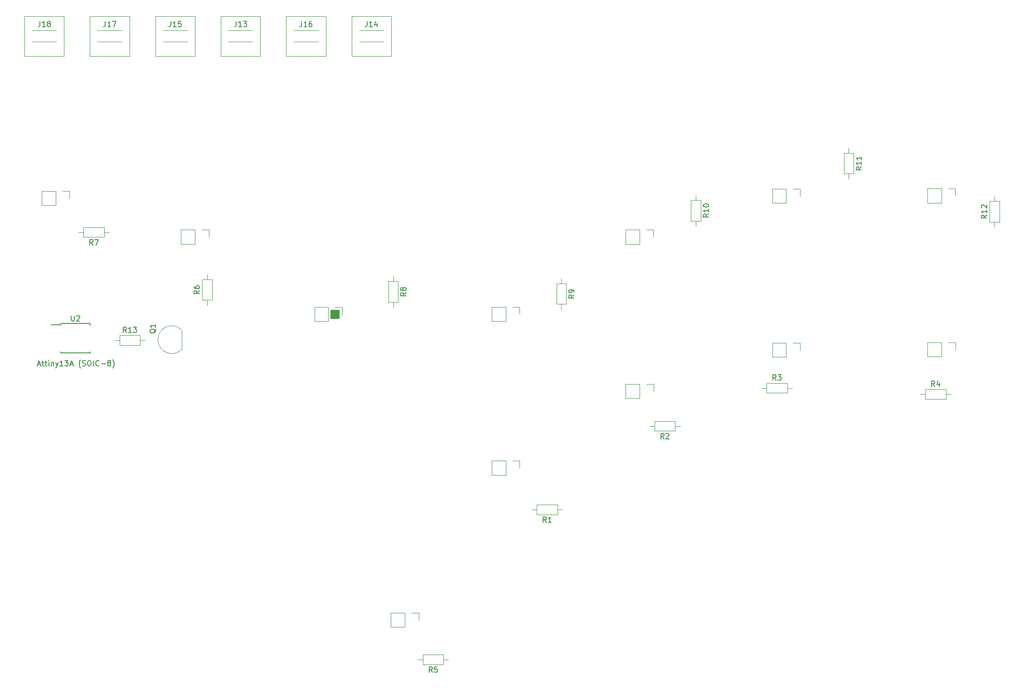
<source format=gbr>
%TF.GenerationSoftware,KiCad,Pcbnew,7.0.5*%
%TF.CreationDate,2023-08-06T18:29:22-05:00*%
%TF.ProjectId,Box,426f782e-6b69-4636-9164-5f7063625858,rev?*%
%TF.SameCoordinates,Original*%
%TF.FileFunction,Legend,Top*%
%TF.FilePolarity,Positive*%
%FSLAX46Y46*%
G04 Gerber Fmt 4.6, Leading zero omitted, Abs format (unit mm)*
G04 Created by KiCad (PCBNEW 7.0.5) date 2023-08-06 18:29:22*
%MOMM*%
%LPD*%
G01*
G04 APERTURE LIST*
%ADD10C,0.150000*%
%ADD11C,0.120000*%
%ADD12C,0.050000*%
%ADD13R,1.700000X1.700000*%
G04 APERTURE END LIST*
D10*
X58879160Y-94594104D02*
X59355350Y-94594104D01*
X58783922Y-94879819D02*
X59117255Y-93879819D01*
X59117255Y-93879819D02*
X59450588Y-94879819D01*
X59641065Y-94213152D02*
X60022017Y-94213152D01*
X59783922Y-93879819D02*
X59783922Y-94736961D01*
X59783922Y-94736961D02*
X59831541Y-94832200D01*
X59831541Y-94832200D02*
X59926779Y-94879819D01*
X59926779Y-94879819D02*
X60022017Y-94879819D01*
X60212494Y-94213152D02*
X60593446Y-94213152D01*
X60355351Y-93879819D02*
X60355351Y-94736961D01*
X60355351Y-94736961D02*
X60402970Y-94832200D01*
X60402970Y-94832200D02*
X60498208Y-94879819D01*
X60498208Y-94879819D02*
X60593446Y-94879819D01*
X60926780Y-94879819D02*
X60926780Y-94213152D01*
X60926780Y-93879819D02*
X60879161Y-93927438D01*
X60879161Y-93927438D02*
X60926780Y-93975057D01*
X60926780Y-93975057D02*
X60974399Y-93927438D01*
X60974399Y-93927438D02*
X60926780Y-93879819D01*
X60926780Y-93879819D02*
X60926780Y-93975057D01*
X61402970Y-94213152D02*
X61402970Y-94879819D01*
X61402970Y-94308390D02*
X61450589Y-94260771D01*
X61450589Y-94260771D02*
X61545827Y-94213152D01*
X61545827Y-94213152D02*
X61688684Y-94213152D01*
X61688684Y-94213152D02*
X61783922Y-94260771D01*
X61783922Y-94260771D02*
X61831541Y-94356009D01*
X61831541Y-94356009D02*
X61831541Y-94879819D01*
X62212494Y-94213152D02*
X62450589Y-94879819D01*
X62688684Y-94213152D02*
X62450589Y-94879819D01*
X62450589Y-94879819D02*
X62355351Y-95117914D01*
X62355351Y-95117914D02*
X62307732Y-95165533D01*
X62307732Y-95165533D02*
X62212494Y-95213152D01*
X63593446Y-94879819D02*
X63022018Y-94879819D01*
X63307732Y-94879819D02*
X63307732Y-93879819D01*
X63307732Y-93879819D02*
X63212494Y-94022676D01*
X63212494Y-94022676D02*
X63117256Y-94117914D01*
X63117256Y-94117914D02*
X63022018Y-94165533D01*
X63926780Y-93879819D02*
X64545827Y-93879819D01*
X64545827Y-93879819D02*
X64212494Y-94260771D01*
X64212494Y-94260771D02*
X64355351Y-94260771D01*
X64355351Y-94260771D02*
X64450589Y-94308390D01*
X64450589Y-94308390D02*
X64498208Y-94356009D01*
X64498208Y-94356009D02*
X64545827Y-94451247D01*
X64545827Y-94451247D02*
X64545827Y-94689342D01*
X64545827Y-94689342D02*
X64498208Y-94784580D01*
X64498208Y-94784580D02*
X64450589Y-94832200D01*
X64450589Y-94832200D02*
X64355351Y-94879819D01*
X64355351Y-94879819D02*
X64069637Y-94879819D01*
X64069637Y-94879819D02*
X63974399Y-94832200D01*
X63974399Y-94832200D02*
X63926780Y-94784580D01*
X64926780Y-94594104D02*
X65402970Y-94594104D01*
X64831542Y-94879819D02*
X65164875Y-93879819D01*
X65164875Y-93879819D02*
X65498208Y-94879819D01*
X66879161Y-95260771D02*
X66831542Y-95213152D01*
X66831542Y-95213152D02*
X66736304Y-95070295D01*
X66736304Y-95070295D02*
X66688685Y-94975057D01*
X66688685Y-94975057D02*
X66641066Y-94832200D01*
X66641066Y-94832200D02*
X66593447Y-94594104D01*
X66593447Y-94594104D02*
X66593447Y-94403628D01*
X66593447Y-94403628D02*
X66641066Y-94165533D01*
X66641066Y-94165533D02*
X66688685Y-94022676D01*
X66688685Y-94022676D02*
X66736304Y-93927438D01*
X66736304Y-93927438D02*
X66831542Y-93784580D01*
X66831542Y-93784580D02*
X66879161Y-93736961D01*
X67212495Y-94832200D02*
X67355352Y-94879819D01*
X67355352Y-94879819D02*
X67593447Y-94879819D01*
X67593447Y-94879819D02*
X67688685Y-94832200D01*
X67688685Y-94832200D02*
X67736304Y-94784580D01*
X67736304Y-94784580D02*
X67783923Y-94689342D01*
X67783923Y-94689342D02*
X67783923Y-94594104D01*
X67783923Y-94594104D02*
X67736304Y-94498866D01*
X67736304Y-94498866D02*
X67688685Y-94451247D01*
X67688685Y-94451247D02*
X67593447Y-94403628D01*
X67593447Y-94403628D02*
X67402971Y-94356009D01*
X67402971Y-94356009D02*
X67307733Y-94308390D01*
X67307733Y-94308390D02*
X67260114Y-94260771D01*
X67260114Y-94260771D02*
X67212495Y-94165533D01*
X67212495Y-94165533D02*
X67212495Y-94070295D01*
X67212495Y-94070295D02*
X67260114Y-93975057D01*
X67260114Y-93975057D02*
X67307733Y-93927438D01*
X67307733Y-93927438D02*
X67402971Y-93879819D01*
X67402971Y-93879819D02*
X67641066Y-93879819D01*
X67641066Y-93879819D02*
X67783923Y-93927438D01*
X68402971Y-93879819D02*
X68593447Y-93879819D01*
X68593447Y-93879819D02*
X68688685Y-93927438D01*
X68688685Y-93927438D02*
X68783923Y-94022676D01*
X68783923Y-94022676D02*
X68831542Y-94213152D01*
X68831542Y-94213152D02*
X68831542Y-94546485D01*
X68831542Y-94546485D02*
X68783923Y-94736961D01*
X68783923Y-94736961D02*
X68688685Y-94832200D01*
X68688685Y-94832200D02*
X68593447Y-94879819D01*
X68593447Y-94879819D02*
X68402971Y-94879819D01*
X68402971Y-94879819D02*
X68307733Y-94832200D01*
X68307733Y-94832200D02*
X68212495Y-94736961D01*
X68212495Y-94736961D02*
X68164876Y-94546485D01*
X68164876Y-94546485D02*
X68164876Y-94213152D01*
X68164876Y-94213152D02*
X68212495Y-94022676D01*
X68212495Y-94022676D02*
X68307733Y-93927438D01*
X68307733Y-93927438D02*
X68402971Y-93879819D01*
X69260114Y-94879819D02*
X69260114Y-93879819D01*
X70307732Y-94784580D02*
X70260113Y-94832200D01*
X70260113Y-94832200D02*
X70117256Y-94879819D01*
X70117256Y-94879819D02*
X70022018Y-94879819D01*
X70022018Y-94879819D02*
X69879161Y-94832200D01*
X69879161Y-94832200D02*
X69783923Y-94736961D01*
X69783923Y-94736961D02*
X69736304Y-94641723D01*
X69736304Y-94641723D02*
X69688685Y-94451247D01*
X69688685Y-94451247D02*
X69688685Y-94308390D01*
X69688685Y-94308390D02*
X69736304Y-94117914D01*
X69736304Y-94117914D02*
X69783923Y-94022676D01*
X69783923Y-94022676D02*
X69879161Y-93927438D01*
X69879161Y-93927438D02*
X70022018Y-93879819D01*
X70022018Y-93879819D02*
X70117256Y-93879819D01*
X70117256Y-93879819D02*
X70260113Y-93927438D01*
X70260113Y-93927438D02*
X70307732Y-93975057D01*
X70736304Y-94498866D02*
X71498209Y-94498866D01*
X72117256Y-94308390D02*
X72022018Y-94260771D01*
X72022018Y-94260771D02*
X71974399Y-94213152D01*
X71974399Y-94213152D02*
X71926780Y-94117914D01*
X71926780Y-94117914D02*
X71926780Y-94070295D01*
X71926780Y-94070295D02*
X71974399Y-93975057D01*
X71974399Y-93975057D02*
X72022018Y-93927438D01*
X72022018Y-93927438D02*
X72117256Y-93879819D01*
X72117256Y-93879819D02*
X72307732Y-93879819D01*
X72307732Y-93879819D02*
X72402970Y-93927438D01*
X72402970Y-93927438D02*
X72450589Y-93975057D01*
X72450589Y-93975057D02*
X72498208Y-94070295D01*
X72498208Y-94070295D02*
X72498208Y-94117914D01*
X72498208Y-94117914D02*
X72450589Y-94213152D01*
X72450589Y-94213152D02*
X72402970Y-94260771D01*
X72402970Y-94260771D02*
X72307732Y-94308390D01*
X72307732Y-94308390D02*
X72117256Y-94308390D01*
X72117256Y-94308390D02*
X72022018Y-94356009D01*
X72022018Y-94356009D02*
X71974399Y-94403628D01*
X71974399Y-94403628D02*
X71926780Y-94498866D01*
X71926780Y-94498866D02*
X71926780Y-94689342D01*
X71926780Y-94689342D02*
X71974399Y-94784580D01*
X71974399Y-94784580D02*
X72022018Y-94832200D01*
X72022018Y-94832200D02*
X72117256Y-94879819D01*
X72117256Y-94879819D02*
X72307732Y-94879819D01*
X72307732Y-94879819D02*
X72402970Y-94832200D01*
X72402970Y-94832200D02*
X72450589Y-94784580D01*
X72450589Y-94784580D02*
X72498208Y-94689342D01*
X72498208Y-94689342D02*
X72498208Y-94498866D01*
X72498208Y-94498866D02*
X72450589Y-94403628D01*
X72450589Y-94403628D02*
X72402970Y-94356009D01*
X72402970Y-94356009D02*
X72307732Y-94308390D01*
X72831542Y-95260771D02*
X72879161Y-95213152D01*
X72879161Y-95213152D02*
X72974399Y-95070295D01*
X72974399Y-95070295D02*
X73022018Y-94975057D01*
X73022018Y-94975057D02*
X73069637Y-94832200D01*
X73069637Y-94832200D02*
X73117256Y-94594104D01*
X73117256Y-94594104D02*
X73117256Y-94403628D01*
X73117256Y-94403628D02*
X73069637Y-94165533D01*
X73069637Y-94165533D02*
X73022018Y-94022676D01*
X73022018Y-94022676D02*
X72974399Y-93927438D01*
X72974399Y-93927438D02*
X72879161Y-93784580D01*
X72879161Y-93784580D02*
X72831542Y-93736961D01*
%TO.C,R7*%
X69183333Y-72274819D02*
X68850000Y-71798628D01*
X68611905Y-72274819D02*
X68611905Y-71274819D01*
X68611905Y-71274819D02*
X68992857Y-71274819D01*
X68992857Y-71274819D02*
X69088095Y-71322438D01*
X69088095Y-71322438D02*
X69135714Y-71370057D01*
X69135714Y-71370057D02*
X69183333Y-71465295D01*
X69183333Y-71465295D02*
X69183333Y-71608152D01*
X69183333Y-71608152D02*
X69135714Y-71703390D01*
X69135714Y-71703390D02*
X69088095Y-71751009D01*
X69088095Y-71751009D02*
X68992857Y-71798628D01*
X68992857Y-71798628D02*
X68611905Y-71798628D01*
X69516667Y-71274819D02*
X70183333Y-71274819D01*
X70183333Y-71274819D02*
X69754762Y-72274819D01*
%TO.C,R6*%
X89034819Y-80826666D02*
X88558628Y-81159999D01*
X89034819Y-81398094D02*
X88034819Y-81398094D01*
X88034819Y-81398094D02*
X88034819Y-81017142D01*
X88034819Y-81017142D02*
X88082438Y-80921904D01*
X88082438Y-80921904D02*
X88130057Y-80874285D01*
X88130057Y-80874285D02*
X88225295Y-80826666D01*
X88225295Y-80826666D02*
X88368152Y-80826666D01*
X88368152Y-80826666D02*
X88463390Y-80874285D01*
X88463390Y-80874285D02*
X88511009Y-80921904D01*
X88511009Y-80921904D02*
X88558628Y-81017142D01*
X88558628Y-81017142D02*
X88558628Y-81398094D01*
X88034819Y-79969523D02*
X88034819Y-80159999D01*
X88034819Y-80159999D02*
X88082438Y-80255237D01*
X88082438Y-80255237D02*
X88130057Y-80302856D01*
X88130057Y-80302856D02*
X88272914Y-80398094D01*
X88272914Y-80398094D02*
X88463390Y-80445713D01*
X88463390Y-80445713D02*
X88844342Y-80445713D01*
X88844342Y-80445713D02*
X88939580Y-80398094D01*
X88939580Y-80398094D02*
X88987200Y-80350475D01*
X88987200Y-80350475D02*
X89034819Y-80255237D01*
X89034819Y-80255237D02*
X89034819Y-80064761D01*
X89034819Y-80064761D02*
X88987200Y-79969523D01*
X88987200Y-79969523D02*
X88939580Y-79921904D01*
X88939580Y-79921904D02*
X88844342Y-79874285D01*
X88844342Y-79874285D02*
X88606247Y-79874285D01*
X88606247Y-79874285D02*
X88511009Y-79921904D01*
X88511009Y-79921904D02*
X88463390Y-79969523D01*
X88463390Y-79969523D02*
X88415771Y-80064761D01*
X88415771Y-80064761D02*
X88415771Y-80255237D01*
X88415771Y-80255237D02*
X88463390Y-80350475D01*
X88463390Y-80350475D02*
X88511009Y-80398094D01*
X88511009Y-80398094D02*
X88606247Y-80445713D01*
%TO.C,R8*%
X127634819Y-81186666D02*
X127158628Y-81519999D01*
X127634819Y-81758094D02*
X126634819Y-81758094D01*
X126634819Y-81758094D02*
X126634819Y-81377142D01*
X126634819Y-81377142D02*
X126682438Y-81281904D01*
X126682438Y-81281904D02*
X126730057Y-81234285D01*
X126730057Y-81234285D02*
X126825295Y-81186666D01*
X126825295Y-81186666D02*
X126968152Y-81186666D01*
X126968152Y-81186666D02*
X127063390Y-81234285D01*
X127063390Y-81234285D02*
X127111009Y-81281904D01*
X127111009Y-81281904D02*
X127158628Y-81377142D01*
X127158628Y-81377142D02*
X127158628Y-81758094D01*
X127063390Y-80615237D02*
X127015771Y-80710475D01*
X127015771Y-80710475D02*
X126968152Y-80758094D01*
X126968152Y-80758094D02*
X126872914Y-80805713D01*
X126872914Y-80805713D02*
X126825295Y-80805713D01*
X126825295Y-80805713D02*
X126730057Y-80758094D01*
X126730057Y-80758094D02*
X126682438Y-80710475D01*
X126682438Y-80710475D02*
X126634819Y-80615237D01*
X126634819Y-80615237D02*
X126634819Y-80424761D01*
X126634819Y-80424761D02*
X126682438Y-80329523D01*
X126682438Y-80329523D02*
X126730057Y-80281904D01*
X126730057Y-80281904D02*
X126825295Y-80234285D01*
X126825295Y-80234285D02*
X126872914Y-80234285D01*
X126872914Y-80234285D02*
X126968152Y-80281904D01*
X126968152Y-80281904D02*
X127015771Y-80329523D01*
X127015771Y-80329523D02*
X127063390Y-80424761D01*
X127063390Y-80424761D02*
X127063390Y-80615237D01*
X127063390Y-80615237D02*
X127111009Y-80710475D01*
X127111009Y-80710475D02*
X127158628Y-80758094D01*
X127158628Y-80758094D02*
X127253866Y-80805713D01*
X127253866Y-80805713D02*
X127444342Y-80805713D01*
X127444342Y-80805713D02*
X127539580Y-80758094D01*
X127539580Y-80758094D02*
X127587200Y-80710475D01*
X127587200Y-80710475D02*
X127634819Y-80615237D01*
X127634819Y-80615237D02*
X127634819Y-80424761D01*
X127634819Y-80424761D02*
X127587200Y-80329523D01*
X127587200Y-80329523D02*
X127539580Y-80281904D01*
X127539580Y-80281904D02*
X127444342Y-80234285D01*
X127444342Y-80234285D02*
X127253866Y-80234285D01*
X127253866Y-80234285D02*
X127158628Y-80281904D01*
X127158628Y-80281904D02*
X127111009Y-80329523D01*
X127111009Y-80329523D02*
X127063390Y-80424761D01*
%TO.C,U2*%
X65138095Y-85494819D02*
X65138095Y-86304342D01*
X65138095Y-86304342D02*
X65185714Y-86399580D01*
X65185714Y-86399580D02*
X65233333Y-86447200D01*
X65233333Y-86447200D02*
X65328571Y-86494819D01*
X65328571Y-86494819D02*
X65519047Y-86494819D01*
X65519047Y-86494819D02*
X65614285Y-86447200D01*
X65614285Y-86447200D02*
X65661904Y-86399580D01*
X65661904Y-86399580D02*
X65709523Y-86304342D01*
X65709523Y-86304342D02*
X65709523Y-85494819D01*
X66138095Y-85590057D02*
X66185714Y-85542438D01*
X66185714Y-85542438D02*
X66280952Y-85494819D01*
X66280952Y-85494819D02*
X66519047Y-85494819D01*
X66519047Y-85494819D02*
X66614285Y-85542438D01*
X66614285Y-85542438D02*
X66661904Y-85590057D01*
X66661904Y-85590057D02*
X66709523Y-85685295D01*
X66709523Y-85685295D02*
X66709523Y-85780533D01*
X66709523Y-85780533D02*
X66661904Y-85923390D01*
X66661904Y-85923390D02*
X66090476Y-86494819D01*
X66090476Y-86494819D02*
X66709523Y-86494819D01*
%TO.C,R5*%
X132543333Y-152134819D02*
X132210000Y-151658628D01*
X131971905Y-152134819D02*
X131971905Y-151134819D01*
X131971905Y-151134819D02*
X132352857Y-151134819D01*
X132352857Y-151134819D02*
X132448095Y-151182438D01*
X132448095Y-151182438D02*
X132495714Y-151230057D01*
X132495714Y-151230057D02*
X132543333Y-151325295D01*
X132543333Y-151325295D02*
X132543333Y-151468152D01*
X132543333Y-151468152D02*
X132495714Y-151563390D01*
X132495714Y-151563390D02*
X132448095Y-151611009D01*
X132448095Y-151611009D02*
X132352857Y-151658628D01*
X132352857Y-151658628D02*
X131971905Y-151658628D01*
X133448095Y-151134819D02*
X132971905Y-151134819D01*
X132971905Y-151134819D02*
X132924286Y-151611009D01*
X132924286Y-151611009D02*
X132971905Y-151563390D01*
X132971905Y-151563390D02*
X133067143Y-151515771D01*
X133067143Y-151515771D02*
X133305238Y-151515771D01*
X133305238Y-151515771D02*
X133400476Y-151563390D01*
X133400476Y-151563390D02*
X133448095Y-151611009D01*
X133448095Y-151611009D02*
X133495714Y-151706247D01*
X133495714Y-151706247D02*
X133495714Y-151944342D01*
X133495714Y-151944342D02*
X133448095Y-152039580D01*
X133448095Y-152039580D02*
X133400476Y-152087200D01*
X133400476Y-152087200D02*
X133305238Y-152134819D01*
X133305238Y-152134819D02*
X133067143Y-152134819D01*
X133067143Y-152134819D02*
X132971905Y-152087200D01*
X132971905Y-152087200D02*
X132924286Y-152039580D01*
%TO.C,R4*%
X226393333Y-98684819D02*
X226060000Y-98208628D01*
X225821905Y-98684819D02*
X225821905Y-97684819D01*
X225821905Y-97684819D02*
X226202857Y-97684819D01*
X226202857Y-97684819D02*
X226298095Y-97732438D01*
X226298095Y-97732438D02*
X226345714Y-97780057D01*
X226345714Y-97780057D02*
X226393333Y-97875295D01*
X226393333Y-97875295D02*
X226393333Y-98018152D01*
X226393333Y-98018152D02*
X226345714Y-98113390D01*
X226345714Y-98113390D02*
X226298095Y-98161009D01*
X226298095Y-98161009D02*
X226202857Y-98208628D01*
X226202857Y-98208628D02*
X225821905Y-98208628D01*
X227250476Y-98018152D02*
X227250476Y-98684819D01*
X227012381Y-97637200D02*
X226774286Y-98351485D01*
X226774286Y-98351485D02*
X227393333Y-98351485D01*
%TO.C,R12*%
X236094819Y-66682857D02*
X235618628Y-67016190D01*
X236094819Y-67254285D02*
X235094819Y-67254285D01*
X235094819Y-67254285D02*
X235094819Y-66873333D01*
X235094819Y-66873333D02*
X235142438Y-66778095D01*
X235142438Y-66778095D02*
X235190057Y-66730476D01*
X235190057Y-66730476D02*
X235285295Y-66682857D01*
X235285295Y-66682857D02*
X235428152Y-66682857D01*
X235428152Y-66682857D02*
X235523390Y-66730476D01*
X235523390Y-66730476D02*
X235571009Y-66778095D01*
X235571009Y-66778095D02*
X235618628Y-66873333D01*
X235618628Y-66873333D02*
X235618628Y-67254285D01*
X236094819Y-65730476D02*
X236094819Y-66301904D01*
X236094819Y-66016190D02*
X235094819Y-66016190D01*
X235094819Y-66016190D02*
X235237676Y-66111428D01*
X235237676Y-66111428D02*
X235332914Y-66206666D01*
X235332914Y-66206666D02*
X235380533Y-66301904D01*
X235190057Y-65349523D02*
X235142438Y-65301904D01*
X235142438Y-65301904D02*
X235094819Y-65206666D01*
X235094819Y-65206666D02*
X235094819Y-64968571D01*
X235094819Y-64968571D02*
X235142438Y-64873333D01*
X235142438Y-64873333D02*
X235190057Y-64825714D01*
X235190057Y-64825714D02*
X235285295Y-64778095D01*
X235285295Y-64778095D02*
X235380533Y-64778095D01*
X235380533Y-64778095D02*
X235523390Y-64825714D01*
X235523390Y-64825714D02*
X236094819Y-65397142D01*
X236094819Y-65397142D02*
X236094819Y-64778095D01*
%TO.C,R11*%
X212714819Y-57682857D02*
X212238628Y-58016190D01*
X212714819Y-58254285D02*
X211714819Y-58254285D01*
X211714819Y-58254285D02*
X211714819Y-57873333D01*
X211714819Y-57873333D02*
X211762438Y-57778095D01*
X211762438Y-57778095D02*
X211810057Y-57730476D01*
X211810057Y-57730476D02*
X211905295Y-57682857D01*
X211905295Y-57682857D02*
X212048152Y-57682857D01*
X212048152Y-57682857D02*
X212143390Y-57730476D01*
X212143390Y-57730476D02*
X212191009Y-57778095D01*
X212191009Y-57778095D02*
X212238628Y-57873333D01*
X212238628Y-57873333D02*
X212238628Y-58254285D01*
X212714819Y-56730476D02*
X212714819Y-57301904D01*
X212714819Y-57016190D02*
X211714819Y-57016190D01*
X211714819Y-57016190D02*
X211857676Y-57111428D01*
X211857676Y-57111428D02*
X211952914Y-57206666D01*
X211952914Y-57206666D02*
X212000533Y-57301904D01*
X212714819Y-55778095D02*
X212714819Y-56349523D01*
X212714819Y-56063809D02*
X211714819Y-56063809D01*
X211714819Y-56063809D02*
X211857676Y-56159047D01*
X211857676Y-56159047D02*
X211952914Y-56254285D01*
X211952914Y-56254285D02*
X212000533Y-56349523D01*
%TO.C,R9*%
X159034819Y-81596666D02*
X158558628Y-81929999D01*
X159034819Y-82168094D02*
X158034819Y-82168094D01*
X158034819Y-82168094D02*
X158034819Y-81787142D01*
X158034819Y-81787142D02*
X158082438Y-81691904D01*
X158082438Y-81691904D02*
X158130057Y-81644285D01*
X158130057Y-81644285D02*
X158225295Y-81596666D01*
X158225295Y-81596666D02*
X158368152Y-81596666D01*
X158368152Y-81596666D02*
X158463390Y-81644285D01*
X158463390Y-81644285D02*
X158511009Y-81691904D01*
X158511009Y-81691904D02*
X158558628Y-81787142D01*
X158558628Y-81787142D02*
X158558628Y-82168094D01*
X159034819Y-81120475D02*
X159034819Y-80929999D01*
X159034819Y-80929999D02*
X158987200Y-80834761D01*
X158987200Y-80834761D02*
X158939580Y-80787142D01*
X158939580Y-80787142D02*
X158796723Y-80691904D01*
X158796723Y-80691904D02*
X158606247Y-80644285D01*
X158606247Y-80644285D02*
X158225295Y-80644285D01*
X158225295Y-80644285D02*
X158130057Y-80691904D01*
X158130057Y-80691904D02*
X158082438Y-80739523D01*
X158082438Y-80739523D02*
X158034819Y-80834761D01*
X158034819Y-80834761D02*
X158034819Y-81025237D01*
X158034819Y-81025237D02*
X158082438Y-81120475D01*
X158082438Y-81120475D02*
X158130057Y-81168094D01*
X158130057Y-81168094D02*
X158225295Y-81215713D01*
X158225295Y-81215713D02*
X158463390Y-81215713D01*
X158463390Y-81215713D02*
X158558628Y-81168094D01*
X158558628Y-81168094D02*
X158606247Y-81120475D01*
X158606247Y-81120475D02*
X158653866Y-81025237D01*
X158653866Y-81025237D02*
X158653866Y-80834761D01*
X158653866Y-80834761D02*
X158606247Y-80739523D01*
X158606247Y-80739523D02*
X158558628Y-80691904D01*
X158558628Y-80691904D02*
X158463390Y-80644285D01*
%TO.C,R10*%
X184154819Y-66502857D02*
X183678628Y-66836190D01*
X184154819Y-67074285D02*
X183154819Y-67074285D01*
X183154819Y-67074285D02*
X183154819Y-66693333D01*
X183154819Y-66693333D02*
X183202438Y-66598095D01*
X183202438Y-66598095D02*
X183250057Y-66550476D01*
X183250057Y-66550476D02*
X183345295Y-66502857D01*
X183345295Y-66502857D02*
X183488152Y-66502857D01*
X183488152Y-66502857D02*
X183583390Y-66550476D01*
X183583390Y-66550476D02*
X183631009Y-66598095D01*
X183631009Y-66598095D02*
X183678628Y-66693333D01*
X183678628Y-66693333D02*
X183678628Y-67074285D01*
X184154819Y-65550476D02*
X184154819Y-66121904D01*
X184154819Y-65836190D02*
X183154819Y-65836190D01*
X183154819Y-65836190D02*
X183297676Y-65931428D01*
X183297676Y-65931428D02*
X183392914Y-66026666D01*
X183392914Y-66026666D02*
X183440533Y-66121904D01*
X183154819Y-64931428D02*
X183154819Y-64836190D01*
X183154819Y-64836190D02*
X183202438Y-64740952D01*
X183202438Y-64740952D02*
X183250057Y-64693333D01*
X183250057Y-64693333D02*
X183345295Y-64645714D01*
X183345295Y-64645714D02*
X183535771Y-64598095D01*
X183535771Y-64598095D02*
X183773866Y-64598095D01*
X183773866Y-64598095D02*
X183964342Y-64645714D01*
X183964342Y-64645714D02*
X184059580Y-64693333D01*
X184059580Y-64693333D02*
X184107200Y-64740952D01*
X184107200Y-64740952D02*
X184154819Y-64836190D01*
X184154819Y-64836190D02*
X184154819Y-64931428D01*
X184154819Y-64931428D02*
X184107200Y-65026666D01*
X184107200Y-65026666D02*
X184059580Y-65074285D01*
X184059580Y-65074285D02*
X183964342Y-65121904D01*
X183964342Y-65121904D02*
X183773866Y-65169523D01*
X183773866Y-65169523D02*
X183535771Y-65169523D01*
X183535771Y-65169523D02*
X183345295Y-65121904D01*
X183345295Y-65121904D02*
X183250057Y-65074285D01*
X183250057Y-65074285D02*
X183202438Y-65026666D01*
X183202438Y-65026666D02*
X183154819Y-64931428D01*
%TO.C,J17*%
X71490476Y-30484819D02*
X71490476Y-31199104D01*
X71490476Y-31199104D02*
X71442857Y-31341961D01*
X71442857Y-31341961D02*
X71347619Y-31437200D01*
X71347619Y-31437200D02*
X71204762Y-31484819D01*
X71204762Y-31484819D02*
X71109524Y-31484819D01*
X72490476Y-31484819D02*
X71919048Y-31484819D01*
X72204762Y-31484819D02*
X72204762Y-30484819D01*
X72204762Y-30484819D02*
X72109524Y-30627676D01*
X72109524Y-30627676D02*
X72014286Y-30722914D01*
X72014286Y-30722914D02*
X71919048Y-30770533D01*
X72823810Y-30484819D02*
X73490476Y-30484819D01*
X73490476Y-30484819D02*
X73061905Y-31484819D01*
%TO.C,J13*%
X95930476Y-30484819D02*
X95930476Y-31199104D01*
X95930476Y-31199104D02*
X95882857Y-31341961D01*
X95882857Y-31341961D02*
X95787619Y-31437200D01*
X95787619Y-31437200D02*
X95644762Y-31484819D01*
X95644762Y-31484819D02*
X95549524Y-31484819D01*
X96930476Y-31484819D02*
X96359048Y-31484819D01*
X96644762Y-31484819D02*
X96644762Y-30484819D01*
X96644762Y-30484819D02*
X96549524Y-30627676D01*
X96549524Y-30627676D02*
X96454286Y-30722914D01*
X96454286Y-30722914D02*
X96359048Y-30770533D01*
X97263810Y-30484819D02*
X97882857Y-30484819D01*
X97882857Y-30484819D02*
X97549524Y-30865771D01*
X97549524Y-30865771D02*
X97692381Y-30865771D01*
X97692381Y-30865771D02*
X97787619Y-30913390D01*
X97787619Y-30913390D02*
X97835238Y-30961009D01*
X97835238Y-30961009D02*
X97882857Y-31056247D01*
X97882857Y-31056247D02*
X97882857Y-31294342D01*
X97882857Y-31294342D02*
X97835238Y-31389580D01*
X97835238Y-31389580D02*
X97787619Y-31437200D01*
X97787619Y-31437200D02*
X97692381Y-31484819D01*
X97692381Y-31484819D02*
X97406667Y-31484819D01*
X97406667Y-31484819D02*
X97311429Y-31437200D01*
X97311429Y-31437200D02*
X97263810Y-31389580D01*
%TO.C,R2*%
X175823333Y-108504819D02*
X175490000Y-108028628D01*
X175251905Y-108504819D02*
X175251905Y-107504819D01*
X175251905Y-107504819D02*
X175632857Y-107504819D01*
X175632857Y-107504819D02*
X175728095Y-107552438D01*
X175728095Y-107552438D02*
X175775714Y-107600057D01*
X175775714Y-107600057D02*
X175823333Y-107695295D01*
X175823333Y-107695295D02*
X175823333Y-107838152D01*
X175823333Y-107838152D02*
X175775714Y-107933390D01*
X175775714Y-107933390D02*
X175728095Y-107981009D01*
X175728095Y-107981009D02*
X175632857Y-108028628D01*
X175632857Y-108028628D02*
X175251905Y-108028628D01*
X176204286Y-107600057D02*
X176251905Y-107552438D01*
X176251905Y-107552438D02*
X176347143Y-107504819D01*
X176347143Y-107504819D02*
X176585238Y-107504819D01*
X176585238Y-107504819D02*
X176680476Y-107552438D01*
X176680476Y-107552438D02*
X176728095Y-107600057D01*
X176728095Y-107600057D02*
X176775714Y-107695295D01*
X176775714Y-107695295D02*
X176775714Y-107790533D01*
X176775714Y-107790533D02*
X176728095Y-107933390D01*
X176728095Y-107933390D02*
X176156667Y-108504819D01*
X176156667Y-108504819D02*
X176775714Y-108504819D01*
%TO.C,R13*%
X75427142Y-88634819D02*
X75093809Y-88158628D01*
X74855714Y-88634819D02*
X74855714Y-87634819D01*
X74855714Y-87634819D02*
X75236666Y-87634819D01*
X75236666Y-87634819D02*
X75331904Y-87682438D01*
X75331904Y-87682438D02*
X75379523Y-87730057D01*
X75379523Y-87730057D02*
X75427142Y-87825295D01*
X75427142Y-87825295D02*
X75427142Y-87968152D01*
X75427142Y-87968152D02*
X75379523Y-88063390D01*
X75379523Y-88063390D02*
X75331904Y-88111009D01*
X75331904Y-88111009D02*
X75236666Y-88158628D01*
X75236666Y-88158628D02*
X74855714Y-88158628D01*
X76379523Y-88634819D02*
X75808095Y-88634819D01*
X76093809Y-88634819D02*
X76093809Y-87634819D01*
X76093809Y-87634819D02*
X75998571Y-87777676D01*
X75998571Y-87777676D02*
X75903333Y-87872914D01*
X75903333Y-87872914D02*
X75808095Y-87920533D01*
X76712857Y-87634819D02*
X77331904Y-87634819D01*
X77331904Y-87634819D02*
X76998571Y-88015771D01*
X76998571Y-88015771D02*
X77141428Y-88015771D01*
X77141428Y-88015771D02*
X77236666Y-88063390D01*
X77236666Y-88063390D02*
X77284285Y-88111009D01*
X77284285Y-88111009D02*
X77331904Y-88206247D01*
X77331904Y-88206247D02*
X77331904Y-88444342D01*
X77331904Y-88444342D02*
X77284285Y-88539580D01*
X77284285Y-88539580D02*
X77236666Y-88587200D01*
X77236666Y-88587200D02*
X77141428Y-88634819D01*
X77141428Y-88634819D02*
X76855714Y-88634819D01*
X76855714Y-88634819D02*
X76760476Y-88587200D01*
X76760476Y-88587200D02*
X76712857Y-88539580D01*
%TO.C,J16*%
X108150476Y-30484819D02*
X108150476Y-31199104D01*
X108150476Y-31199104D02*
X108102857Y-31341961D01*
X108102857Y-31341961D02*
X108007619Y-31437200D01*
X108007619Y-31437200D02*
X107864762Y-31484819D01*
X107864762Y-31484819D02*
X107769524Y-31484819D01*
X109150476Y-31484819D02*
X108579048Y-31484819D01*
X108864762Y-31484819D02*
X108864762Y-30484819D01*
X108864762Y-30484819D02*
X108769524Y-30627676D01*
X108769524Y-30627676D02*
X108674286Y-30722914D01*
X108674286Y-30722914D02*
X108579048Y-30770533D01*
X110007619Y-30484819D02*
X109817143Y-30484819D01*
X109817143Y-30484819D02*
X109721905Y-30532438D01*
X109721905Y-30532438D02*
X109674286Y-30580057D01*
X109674286Y-30580057D02*
X109579048Y-30722914D01*
X109579048Y-30722914D02*
X109531429Y-30913390D01*
X109531429Y-30913390D02*
X109531429Y-31294342D01*
X109531429Y-31294342D02*
X109579048Y-31389580D01*
X109579048Y-31389580D02*
X109626667Y-31437200D01*
X109626667Y-31437200D02*
X109721905Y-31484819D01*
X109721905Y-31484819D02*
X109912381Y-31484819D01*
X109912381Y-31484819D02*
X110007619Y-31437200D01*
X110007619Y-31437200D02*
X110055238Y-31389580D01*
X110055238Y-31389580D02*
X110102857Y-31294342D01*
X110102857Y-31294342D02*
X110102857Y-31056247D01*
X110102857Y-31056247D02*
X110055238Y-30961009D01*
X110055238Y-30961009D02*
X110007619Y-30913390D01*
X110007619Y-30913390D02*
X109912381Y-30865771D01*
X109912381Y-30865771D02*
X109721905Y-30865771D01*
X109721905Y-30865771D02*
X109626667Y-30913390D01*
X109626667Y-30913390D02*
X109579048Y-30961009D01*
X109579048Y-30961009D02*
X109531429Y-31056247D01*
%TO.C,Q1*%
X80910057Y-88005238D02*
X80862438Y-88100476D01*
X80862438Y-88100476D02*
X80767200Y-88195714D01*
X80767200Y-88195714D02*
X80624342Y-88338571D01*
X80624342Y-88338571D02*
X80576723Y-88433809D01*
X80576723Y-88433809D02*
X80576723Y-88529047D01*
X80814819Y-88481428D02*
X80767200Y-88576666D01*
X80767200Y-88576666D02*
X80671961Y-88671904D01*
X80671961Y-88671904D02*
X80481485Y-88719523D01*
X80481485Y-88719523D02*
X80148152Y-88719523D01*
X80148152Y-88719523D02*
X79957676Y-88671904D01*
X79957676Y-88671904D02*
X79862438Y-88576666D01*
X79862438Y-88576666D02*
X79814819Y-88481428D01*
X79814819Y-88481428D02*
X79814819Y-88290952D01*
X79814819Y-88290952D02*
X79862438Y-88195714D01*
X79862438Y-88195714D02*
X79957676Y-88100476D01*
X79957676Y-88100476D02*
X80148152Y-88052857D01*
X80148152Y-88052857D02*
X80481485Y-88052857D01*
X80481485Y-88052857D02*
X80671961Y-88100476D01*
X80671961Y-88100476D02*
X80767200Y-88195714D01*
X80767200Y-88195714D02*
X80814819Y-88290952D01*
X80814819Y-88290952D02*
X80814819Y-88481428D01*
X80814819Y-87100476D02*
X80814819Y-87671904D01*
X80814819Y-87386190D02*
X79814819Y-87386190D01*
X79814819Y-87386190D02*
X79957676Y-87481428D01*
X79957676Y-87481428D02*
X80052914Y-87576666D01*
X80052914Y-87576666D02*
X80100533Y-87671904D01*
%TO.C,J14*%
X120370476Y-30484819D02*
X120370476Y-31199104D01*
X120370476Y-31199104D02*
X120322857Y-31341961D01*
X120322857Y-31341961D02*
X120227619Y-31437200D01*
X120227619Y-31437200D02*
X120084762Y-31484819D01*
X120084762Y-31484819D02*
X119989524Y-31484819D01*
X121370476Y-31484819D02*
X120799048Y-31484819D01*
X121084762Y-31484819D02*
X121084762Y-30484819D01*
X121084762Y-30484819D02*
X120989524Y-30627676D01*
X120989524Y-30627676D02*
X120894286Y-30722914D01*
X120894286Y-30722914D02*
X120799048Y-30770533D01*
X122227619Y-30818152D02*
X122227619Y-31484819D01*
X121989524Y-30437200D02*
X121751429Y-31151485D01*
X121751429Y-31151485D02*
X122370476Y-31151485D01*
%TO.C,R3*%
X196753333Y-97554819D02*
X196420000Y-97078628D01*
X196181905Y-97554819D02*
X196181905Y-96554819D01*
X196181905Y-96554819D02*
X196562857Y-96554819D01*
X196562857Y-96554819D02*
X196658095Y-96602438D01*
X196658095Y-96602438D02*
X196705714Y-96650057D01*
X196705714Y-96650057D02*
X196753333Y-96745295D01*
X196753333Y-96745295D02*
X196753333Y-96888152D01*
X196753333Y-96888152D02*
X196705714Y-96983390D01*
X196705714Y-96983390D02*
X196658095Y-97031009D01*
X196658095Y-97031009D02*
X196562857Y-97078628D01*
X196562857Y-97078628D02*
X196181905Y-97078628D01*
X197086667Y-96554819D02*
X197705714Y-96554819D01*
X197705714Y-96554819D02*
X197372381Y-96935771D01*
X197372381Y-96935771D02*
X197515238Y-96935771D01*
X197515238Y-96935771D02*
X197610476Y-96983390D01*
X197610476Y-96983390D02*
X197658095Y-97031009D01*
X197658095Y-97031009D02*
X197705714Y-97126247D01*
X197705714Y-97126247D02*
X197705714Y-97364342D01*
X197705714Y-97364342D02*
X197658095Y-97459580D01*
X197658095Y-97459580D02*
X197610476Y-97507200D01*
X197610476Y-97507200D02*
X197515238Y-97554819D01*
X197515238Y-97554819D02*
X197229524Y-97554819D01*
X197229524Y-97554819D02*
X197134286Y-97507200D01*
X197134286Y-97507200D02*
X197086667Y-97459580D01*
%TO.C,R1*%
X153843333Y-124124819D02*
X153510000Y-123648628D01*
X153271905Y-124124819D02*
X153271905Y-123124819D01*
X153271905Y-123124819D02*
X153652857Y-123124819D01*
X153652857Y-123124819D02*
X153748095Y-123172438D01*
X153748095Y-123172438D02*
X153795714Y-123220057D01*
X153795714Y-123220057D02*
X153843333Y-123315295D01*
X153843333Y-123315295D02*
X153843333Y-123458152D01*
X153843333Y-123458152D02*
X153795714Y-123553390D01*
X153795714Y-123553390D02*
X153748095Y-123601009D01*
X153748095Y-123601009D02*
X153652857Y-123648628D01*
X153652857Y-123648628D02*
X153271905Y-123648628D01*
X154795714Y-124124819D02*
X154224286Y-124124819D01*
X154510000Y-124124819D02*
X154510000Y-123124819D01*
X154510000Y-123124819D02*
X154414762Y-123267676D01*
X154414762Y-123267676D02*
X154319524Y-123362914D01*
X154319524Y-123362914D02*
X154224286Y-123410533D01*
%TO.C,J15*%
X83710476Y-30484819D02*
X83710476Y-31199104D01*
X83710476Y-31199104D02*
X83662857Y-31341961D01*
X83662857Y-31341961D02*
X83567619Y-31437200D01*
X83567619Y-31437200D02*
X83424762Y-31484819D01*
X83424762Y-31484819D02*
X83329524Y-31484819D01*
X84710476Y-31484819D02*
X84139048Y-31484819D01*
X84424762Y-31484819D02*
X84424762Y-30484819D01*
X84424762Y-30484819D02*
X84329524Y-30627676D01*
X84329524Y-30627676D02*
X84234286Y-30722914D01*
X84234286Y-30722914D02*
X84139048Y-30770533D01*
X85615238Y-30484819D02*
X85139048Y-30484819D01*
X85139048Y-30484819D02*
X85091429Y-30961009D01*
X85091429Y-30961009D02*
X85139048Y-30913390D01*
X85139048Y-30913390D02*
X85234286Y-30865771D01*
X85234286Y-30865771D02*
X85472381Y-30865771D01*
X85472381Y-30865771D02*
X85567619Y-30913390D01*
X85567619Y-30913390D02*
X85615238Y-30961009D01*
X85615238Y-30961009D02*
X85662857Y-31056247D01*
X85662857Y-31056247D02*
X85662857Y-31294342D01*
X85662857Y-31294342D02*
X85615238Y-31389580D01*
X85615238Y-31389580D02*
X85567619Y-31437200D01*
X85567619Y-31437200D02*
X85472381Y-31484819D01*
X85472381Y-31484819D02*
X85234286Y-31484819D01*
X85234286Y-31484819D02*
X85139048Y-31437200D01*
X85139048Y-31437200D02*
X85091429Y-31389580D01*
%TO.C,J18*%
X59270476Y-30484819D02*
X59270476Y-31199104D01*
X59270476Y-31199104D02*
X59222857Y-31341961D01*
X59222857Y-31341961D02*
X59127619Y-31437200D01*
X59127619Y-31437200D02*
X58984762Y-31484819D01*
X58984762Y-31484819D02*
X58889524Y-31484819D01*
X60270476Y-31484819D02*
X59699048Y-31484819D01*
X59984762Y-31484819D02*
X59984762Y-30484819D01*
X59984762Y-30484819D02*
X59889524Y-30627676D01*
X59889524Y-30627676D02*
X59794286Y-30722914D01*
X59794286Y-30722914D02*
X59699048Y-30770533D01*
X60841905Y-30913390D02*
X60746667Y-30865771D01*
X60746667Y-30865771D02*
X60699048Y-30818152D01*
X60699048Y-30818152D02*
X60651429Y-30722914D01*
X60651429Y-30722914D02*
X60651429Y-30675295D01*
X60651429Y-30675295D02*
X60699048Y-30580057D01*
X60699048Y-30580057D02*
X60746667Y-30532438D01*
X60746667Y-30532438D02*
X60841905Y-30484819D01*
X60841905Y-30484819D02*
X61032381Y-30484819D01*
X61032381Y-30484819D02*
X61127619Y-30532438D01*
X61127619Y-30532438D02*
X61175238Y-30580057D01*
X61175238Y-30580057D02*
X61222857Y-30675295D01*
X61222857Y-30675295D02*
X61222857Y-30722914D01*
X61222857Y-30722914D02*
X61175238Y-30818152D01*
X61175238Y-30818152D02*
X61127619Y-30865771D01*
X61127619Y-30865771D02*
X61032381Y-30913390D01*
X61032381Y-30913390D02*
X60841905Y-30913390D01*
X60841905Y-30913390D02*
X60746667Y-30961009D01*
X60746667Y-30961009D02*
X60699048Y-31008628D01*
X60699048Y-31008628D02*
X60651429Y-31103866D01*
X60651429Y-31103866D02*
X60651429Y-31294342D01*
X60651429Y-31294342D02*
X60699048Y-31389580D01*
X60699048Y-31389580D02*
X60746667Y-31437200D01*
X60746667Y-31437200D02*
X60841905Y-31484819D01*
X60841905Y-31484819D02*
X61032381Y-31484819D01*
X61032381Y-31484819D02*
X61127619Y-31437200D01*
X61127619Y-31437200D02*
X61175238Y-31389580D01*
X61175238Y-31389580D02*
X61222857Y-31294342D01*
X61222857Y-31294342D02*
X61222857Y-31103866D01*
X61222857Y-31103866D02*
X61175238Y-31008628D01*
X61175238Y-31008628D02*
X61127619Y-30961009D01*
X61127619Y-30961009D02*
X61032381Y-30913390D01*
D11*
%TO.C,R7*%
X72220000Y-69900000D02*
X71270000Y-69900000D01*
X71270000Y-70820000D02*
X71270000Y-68980000D01*
X71270000Y-68980000D02*
X67430000Y-68980000D01*
X67430000Y-70820000D02*
X71270000Y-70820000D01*
X67430000Y-68980000D02*
X67430000Y-70820000D01*
X66480000Y-69900000D02*
X67430000Y-69900000D01*
%TO.C,R6*%
X90500000Y-83530000D02*
X90500000Y-82580000D01*
X89580000Y-82580000D02*
X91420000Y-82580000D01*
X91420000Y-82580000D02*
X91420000Y-78740000D01*
X89580000Y-78740000D02*
X89580000Y-82580000D01*
X91420000Y-78740000D02*
X89580000Y-78740000D01*
X90500000Y-77790000D02*
X90500000Y-78740000D01*
%TO.C,R8*%
X125260000Y-78150000D02*
X125260000Y-79100000D01*
X126180000Y-79100000D02*
X124340000Y-79100000D01*
X124340000Y-79100000D02*
X124340000Y-82940000D01*
X126180000Y-82940000D02*
X126180000Y-79100000D01*
X124340000Y-82940000D02*
X126180000Y-82940000D01*
X125260000Y-83890000D02*
X125260000Y-82940000D01*
%TO.C,J5*%
X124830000Y-141060000D02*
X124830000Y-143720000D01*
X127430000Y-141060000D02*
X124830000Y-141060000D01*
X127430000Y-141060000D02*
X127430000Y-143720000D01*
X127430000Y-143720000D02*
X124830000Y-143720000D01*
X128700000Y-141060000D02*
X130030000Y-141060000D01*
X130030000Y-141060000D02*
X130030000Y-142390000D01*
%TO.C,J12*%
X225025000Y-61730000D02*
X225025000Y-64390000D01*
X227625000Y-61730000D02*
X225025000Y-61730000D01*
X227625000Y-61730000D02*
X227625000Y-64390000D01*
X227625000Y-64390000D02*
X225025000Y-64390000D01*
X228895000Y-61730000D02*
X230225000Y-61730000D01*
X230225000Y-61730000D02*
X230225000Y-63060000D01*
%TO.C,J4*%
X225075000Y-90490000D02*
X225075000Y-93150000D01*
X227675000Y-90490000D02*
X225075000Y-90490000D01*
X227675000Y-90490000D02*
X227675000Y-93150000D01*
X227675000Y-93150000D02*
X225075000Y-93150000D01*
X228945000Y-90490000D02*
X230275000Y-90490000D01*
X230275000Y-90490000D02*
X230275000Y-91820000D01*
D10*
%TO.C,U2*%
X63150000Y-86965000D02*
X63150000Y-87170000D01*
X63150000Y-86965000D02*
X68650000Y-86965000D01*
X63150000Y-87170000D02*
X61400000Y-87170000D01*
X63150000Y-92475000D02*
X63150000Y-92175000D01*
X63150000Y-92475000D02*
X68650000Y-92475000D01*
X68650000Y-86965000D02*
X68650000Y-87265000D01*
X68650000Y-92475000D02*
X68650000Y-92175000D01*
D11*
%TO.C,J7*%
X59588000Y-62230000D02*
X59588000Y-64890000D01*
X62188000Y-62230000D02*
X59588000Y-62230000D01*
X62188000Y-62230000D02*
X62188000Y-64890000D01*
X62188000Y-64890000D02*
X59588000Y-64890000D01*
X63458000Y-62230000D02*
X64788000Y-62230000D01*
X64788000Y-62230000D02*
X64788000Y-63560000D01*
%TO.C,J10*%
X168650000Y-69460000D02*
X168650000Y-72120000D01*
X171250000Y-69460000D02*
X168650000Y-69460000D01*
X171250000Y-69460000D02*
X171250000Y-72120000D01*
X171250000Y-72120000D02*
X168650000Y-72120000D01*
X172520000Y-69460000D02*
X173850000Y-69460000D01*
X173850000Y-69460000D02*
X173850000Y-70790000D01*
%TO.C,R5*%
X135580000Y-149760000D02*
X134630000Y-149760000D01*
X134630000Y-150680000D02*
X134630000Y-148840000D01*
X134630000Y-148840000D02*
X130790000Y-148840000D01*
X130790000Y-150680000D02*
X134630000Y-150680000D01*
X130790000Y-148840000D02*
X130790000Y-150680000D01*
X129840000Y-149760000D02*
X130790000Y-149760000D01*
%TO.C,R4*%
X223690000Y-100150000D02*
X224640000Y-100150000D01*
X224640000Y-99230000D02*
X224640000Y-101070000D01*
X224640000Y-101070000D02*
X228480000Y-101070000D01*
X228480000Y-99230000D02*
X224640000Y-99230000D01*
X228480000Y-101070000D02*
X228480000Y-99230000D01*
X229430000Y-100150000D02*
X228480000Y-100150000D01*
%TO.C,R12*%
X237560000Y-68910000D02*
X237560000Y-67960000D01*
X236640000Y-67960000D02*
X238480000Y-67960000D01*
X238480000Y-67960000D02*
X238480000Y-64120000D01*
X236640000Y-64120000D02*
X236640000Y-67960000D01*
X238480000Y-64120000D02*
X236640000Y-64120000D01*
X237560000Y-63170000D02*
X237560000Y-64120000D01*
%TO.C,R11*%
X210340000Y-54170000D02*
X210340000Y-55120000D01*
X211260000Y-55120000D02*
X209420000Y-55120000D01*
X209420000Y-55120000D02*
X209420000Y-58960000D01*
X211260000Y-58960000D02*
X211260000Y-55120000D01*
X209420000Y-58960000D02*
X211260000Y-58960000D01*
X210340000Y-59910000D02*
X210340000Y-58960000D01*
%TO.C,J2*%
X168660000Y-98260000D02*
X168660000Y-100920000D01*
X171260000Y-98260000D02*
X168660000Y-98260000D01*
X171260000Y-98260000D02*
X171260000Y-100920000D01*
X171260000Y-100920000D02*
X168660000Y-100920000D01*
X172530000Y-98260000D02*
X173860000Y-98260000D01*
X173860000Y-98260000D02*
X173860000Y-99590000D01*
%TO.C,J1*%
X143670000Y-112640000D02*
X143670000Y-115300000D01*
X146270000Y-112640000D02*
X143670000Y-112640000D01*
X146270000Y-112640000D02*
X146270000Y-115300000D01*
X146270000Y-115300000D02*
X143670000Y-115300000D01*
X147540000Y-112640000D02*
X148870000Y-112640000D01*
X148870000Y-112640000D02*
X148870000Y-113970000D01*
%TO.C,R9*%
X156660000Y-78560000D02*
X156660000Y-79510000D01*
X157580000Y-79510000D02*
X155740000Y-79510000D01*
X155740000Y-79510000D02*
X155740000Y-83350000D01*
X157580000Y-83350000D02*
X157580000Y-79510000D01*
X155740000Y-83350000D02*
X157580000Y-83350000D01*
X156660000Y-84300000D02*
X156660000Y-83350000D01*
%TO.C,R10*%
X181780000Y-62990000D02*
X181780000Y-63940000D01*
X182700000Y-63940000D02*
X180860000Y-63940000D01*
X180860000Y-63940000D02*
X180860000Y-67780000D01*
X182700000Y-67780000D02*
X182700000Y-63940000D01*
X180860000Y-67780000D02*
X182700000Y-67780000D01*
X181780000Y-68730000D02*
X181780000Y-67780000D01*
%TO.C,J17*%
X70030000Y-32160000D02*
X70030000Y-32175000D01*
X70030000Y-32160000D02*
X74570000Y-32160000D01*
X70030000Y-34285000D02*
X70030000Y-34300000D01*
X70030000Y-34300000D02*
X74570000Y-34300000D01*
X74570000Y-32160000D02*
X74570000Y-32175000D01*
X74570000Y-34285000D02*
X74570000Y-34300000D01*
D12*
X68610000Y-36970000D02*
X76010000Y-36970000D01*
X76010000Y-36970000D02*
X76010000Y-29570000D01*
X76010000Y-29570000D02*
X68610000Y-29570000D01*
X68610000Y-29570000D02*
X68610000Y-36970000D01*
D11*
%TO.C,J3*%
X196050000Y-90580000D02*
X196050000Y-93240000D01*
X198650000Y-90580000D02*
X196050000Y-90580000D01*
X198650000Y-90580000D02*
X198650000Y-93240000D01*
X198650000Y-93240000D02*
X196050000Y-93240000D01*
X199920000Y-90580000D02*
X201250000Y-90580000D01*
X201250000Y-90580000D02*
X201250000Y-91910000D01*
%TO.C,J11*%
X196050000Y-61790000D02*
X196050000Y-64450000D01*
X198650000Y-61790000D02*
X196050000Y-61790000D01*
X198650000Y-61790000D02*
X198650000Y-64450000D01*
X198650000Y-64450000D02*
X196050000Y-64450000D01*
X199920000Y-61790000D02*
X201250000Y-61790000D01*
X201250000Y-61790000D02*
X201250000Y-63120000D01*
%TO.C,J13*%
X94470000Y-32160000D02*
X94470000Y-32175000D01*
X94470000Y-32160000D02*
X99010000Y-32160000D01*
X94470000Y-34285000D02*
X94470000Y-34300000D01*
X94470000Y-34300000D02*
X99010000Y-34300000D01*
X99010000Y-32160000D02*
X99010000Y-32175000D01*
X99010000Y-34285000D02*
X99010000Y-34300000D01*
D12*
X93050000Y-36970000D02*
X100450000Y-36970000D01*
X100450000Y-36970000D02*
X100450000Y-29570000D01*
X100450000Y-29570000D02*
X93050000Y-29570000D01*
X93050000Y-29570000D02*
X93050000Y-36970000D01*
D11*
%TO.C,R2*%
X178860000Y-106130000D02*
X177910000Y-106130000D01*
X177910000Y-107050000D02*
X177910000Y-105210000D01*
X177910000Y-105210000D02*
X174070000Y-105210000D01*
X174070000Y-107050000D02*
X177910000Y-107050000D01*
X174070000Y-105210000D02*
X174070000Y-107050000D01*
X173120000Y-106130000D02*
X174070000Y-106130000D01*
%TO.C,J9*%
X143670000Y-83870000D02*
X143670000Y-86530000D01*
X146270000Y-83870000D02*
X143670000Y-83870000D01*
X146270000Y-83870000D02*
X146270000Y-86530000D01*
X146270000Y-86530000D02*
X143670000Y-86530000D01*
X147540000Y-83870000D02*
X148870000Y-83870000D01*
X148870000Y-83870000D02*
X148870000Y-85200000D01*
%TO.C,R13*%
X73200000Y-90100000D02*
X74150000Y-90100000D01*
X74150000Y-89180000D02*
X74150000Y-91020000D01*
X74150000Y-91020000D02*
X77990000Y-91020000D01*
X77990000Y-89180000D02*
X74150000Y-89180000D01*
X77990000Y-91020000D02*
X77990000Y-89180000D01*
X78940000Y-90100000D02*
X77990000Y-90100000D01*
%TO.C,J16*%
X106690000Y-32160000D02*
X106690000Y-32175000D01*
X106690000Y-32160000D02*
X111230000Y-32160000D01*
X106690000Y-34285000D02*
X106690000Y-34300000D01*
X106690000Y-34300000D02*
X111230000Y-34300000D01*
X111230000Y-32160000D02*
X111230000Y-32175000D01*
X111230000Y-34285000D02*
X111230000Y-34300000D01*
D12*
X105270000Y-36970000D02*
X112670000Y-36970000D01*
X112670000Y-36970000D02*
X112670000Y-29570000D01*
X112670000Y-29570000D02*
X105270000Y-29570000D01*
X105270000Y-29570000D02*
X105270000Y-36970000D01*
D11*
%TO.C,Q1*%
X85750000Y-91780000D02*
X85750000Y-88180000D01*
X81300000Y-89980000D02*
G75*
G03*
X85738478Y-91818478I2600000J0D01*
G01*
X85738478Y-88141522D02*
G75*
G03*
X81300000Y-89980000I-1838478J-1838478D01*
G01*
%TO.C,J6*%
X85600000Y-69440000D02*
X85600000Y-72100000D01*
X88200000Y-69440000D02*
X85600000Y-69440000D01*
X88200000Y-69440000D02*
X88200000Y-72100000D01*
X88200000Y-72100000D02*
X85600000Y-72100000D01*
X89470000Y-69440000D02*
X90800000Y-69440000D01*
X90800000Y-69440000D02*
X90800000Y-70770000D01*
%TO.C,J14*%
X118910000Y-32160000D02*
X118910000Y-32175000D01*
X118910000Y-32160000D02*
X123450000Y-32160000D01*
X118910000Y-34285000D02*
X118910000Y-34300000D01*
X118910000Y-34300000D02*
X123450000Y-34300000D01*
X123450000Y-32160000D02*
X123450000Y-32175000D01*
X123450000Y-34285000D02*
X123450000Y-34300000D01*
D12*
X117490000Y-36970000D02*
X124890000Y-36970000D01*
X124890000Y-36970000D02*
X124890000Y-29570000D01*
X124890000Y-29570000D02*
X117490000Y-29570000D01*
X117490000Y-29570000D02*
X117490000Y-36970000D01*
D11*
%TO.C,R3*%
X194050000Y-99020000D02*
X195000000Y-99020000D01*
X195000000Y-98100000D02*
X195000000Y-99940000D01*
X195000000Y-99940000D02*
X198840000Y-99940000D01*
X198840000Y-98100000D02*
X195000000Y-98100000D01*
X198840000Y-99940000D02*
X198840000Y-98100000D01*
X199790000Y-99020000D02*
X198840000Y-99020000D01*
%TO.C,R1*%
X156880000Y-121750000D02*
X155930000Y-121750000D01*
X155930000Y-122670000D02*
X155930000Y-120830000D01*
X155930000Y-120830000D02*
X152090000Y-120830000D01*
X152090000Y-122670000D02*
X155930000Y-122670000D01*
X152090000Y-120830000D02*
X152090000Y-122670000D01*
X151140000Y-121750000D02*
X152090000Y-121750000D01*
%TO.C,J15*%
X82250000Y-32160000D02*
X82250000Y-32175000D01*
X82250000Y-32160000D02*
X86790000Y-32160000D01*
X82250000Y-34285000D02*
X82250000Y-34300000D01*
X82250000Y-34300000D02*
X86790000Y-34300000D01*
X86790000Y-32160000D02*
X86790000Y-32175000D01*
X86790000Y-34285000D02*
X86790000Y-34300000D01*
D12*
X80830000Y-36970000D02*
X88230000Y-36970000D01*
X88230000Y-36970000D02*
X88230000Y-29570000D01*
X88230000Y-29570000D02*
X80830000Y-29570000D01*
X80830000Y-29570000D02*
X80830000Y-36970000D01*
D11*
%TO.C,J18*%
X57810000Y-32160000D02*
X57810000Y-32175000D01*
X57810000Y-32160000D02*
X62350000Y-32160000D01*
X57810000Y-34285000D02*
X57810000Y-34300000D01*
X57810000Y-34300000D02*
X62350000Y-34300000D01*
X62350000Y-32160000D02*
X62350000Y-32175000D01*
X62350000Y-34285000D02*
X62350000Y-34300000D01*
D12*
X56390000Y-36970000D02*
X63790000Y-36970000D01*
X63790000Y-36970000D02*
X63790000Y-29570000D01*
X63790000Y-29570000D02*
X56390000Y-29570000D01*
X56390000Y-29570000D02*
X56390000Y-36970000D01*
D11*
%TO.C,J8*%
X110530000Y-83910000D02*
X110530000Y-86570000D01*
X113130000Y-83910000D02*
X110530000Y-83910000D01*
X113130000Y-83910000D02*
X113130000Y-86570000D01*
X113130000Y-86570000D02*
X110530000Y-86570000D01*
X114400000Y-83910000D02*
X115730000Y-83910000D01*
X115730000Y-83910000D02*
X115730000Y-85240000D01*
%TD*%
D13*
%TO.C,J8*%
X114400000Y-85240000D03*
%TD*%
M02*

</source>
